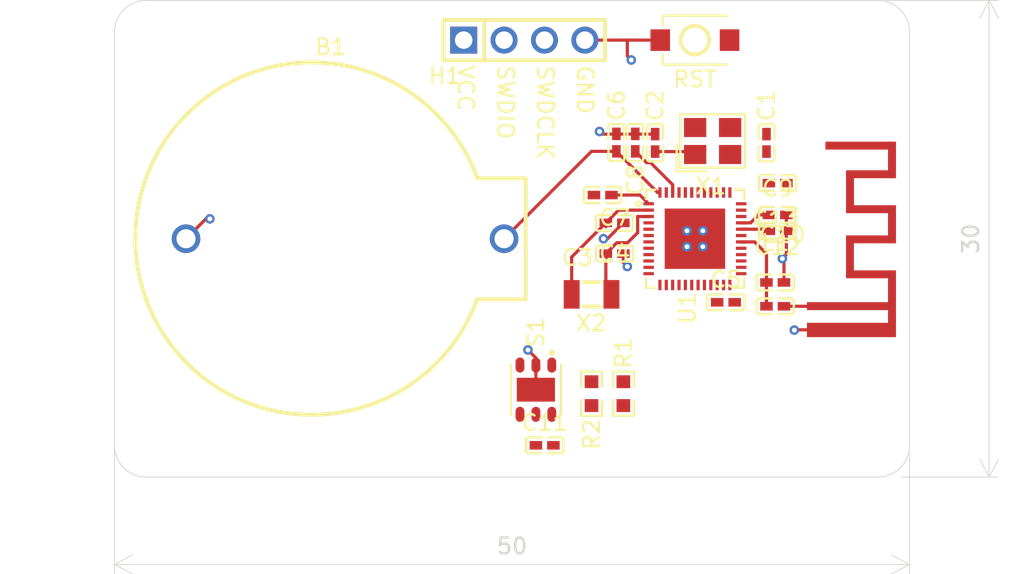
<source format=kicad_pcb>
(kicad_pcb (version 20241229) (generator "pcbnew") (generator_version "9.0")
  (layers (0 "F.Cu" signal) (2 "B.Cu" signal) (13 "F.Paste" user) (15 "B.Paste" user) (5 "F.SilkS" user "F.Silkscreen") (7 "B.SilkS" user "B.Silkscreen") (1 "F.Mask" user) (3 "B.Mask" user) (25 "Edge.Cuts" user))
  (net 0 "")
  (net 1 "GND")
  (net 2 "Net-(AE1-PCB_Trace)")
  (net 3 "VCC_3V3")
  (net 4 "Net-(U1-XC2)")
  (net 5 "Net-(U1-XC1)")
  (net 6 "Net-(U1-P0.01{slash}XL2)")
  (net 7 "Net-(U1-P0.00{slash}XL1)")
  (net 8 "Net-(U1-DEC1)")
  (net 9 "Net-(U1-DEC4)")
  (net 10 "Net-(U1-DEC3)")
  (net 11 "Net-(U1-DEC2)")
  (net 12 "SWDCLK")
  (net 13 "SWDIO")
  (net 14 "SCL")
  (net 15 "SDA")
  (net 18 "Net-(U1-P0.21{slash}RESET)")
  (net 44 "Net-(U1-ANT)")
  (footprint "easyeda2kicad:BAT-TH_BS-02-A1AJ010" (layer "F.Cu") (at 108 44.5)
    (property "Reference" "B1" (at -0.913927 -12.071104 0) (layer "F.SilkS"))
    (property "Value" "BS-02-A1AJ010")
    (fp_line (start 8.32 -3.8) (end 11.36 -3.8) (stroke (width 0.25)) (layer "F.SilkS"))
    (fp_line (start 11.36 -3.8) (end 11.36 3.81) (stroke (width 0.25)) (layer "F.SilkS"))
    (fp_line (start 11.36 3.81) (end 8.31 3.81) (stroke (width 0.25)) (layer "F.SilkS"))
    (fp_arc (start 8.32 3.78) (mid -13.187854 -0.010488) (end 8.320334 -3.799083) (stroke (width 0.25)) (layer "F.SilkS"))
    (pad "1" thru_hole circle (at -10 0) (size 1.8 1.8) (drill 1.199998) (layers "*.Cu" "*.Mask") (net 1 "GND"))
    (pad "2" thru_hole circle (at 10 0) (size 1.8 1.8) (drill 1.199998) (layers "*.Cu" "*.Mask") (net 3 "VCC_3V3"))
  )
  (footprint "easyeda2kicad:C0402" (layer "F.Cu") (at 126.25 38.45 -90)
    (property "Reference" "C8" (at 2.34619 0 90) (layer "F.SilkS"))
    (property "Value" "0u1F")
    (fp_line (start -0.23 0.5) (end -1.02 0.499999) (stroke (width 0.15)) (layer "F.SilkS"))
    (fp_line (start 0.23 0.5) (end 1.02 0.499999) (stroke (width 0.15)) (layer "F.SilkS"))
    (fp_line (start -1.17 0.349999) (end -1.17 -0.349999) (stroke (width 0.15)) (layer "F.SilkS"))
    (fp_line (start 1.17 0.349999) (end 1.17 -0.349999) (stroke (width 0.15)) (layer "F.SilkS"))
    (fp_line (start -1.02 -0.499999) (end -0.23 -0.5) (stroke (width 0.15)) (layer "F.SilkS"))
    (fp_line (start 1.02 -0.499999) (end 0.23 -0.5) (stroke (width 0.15)) (layer "F.SilkS"))
    (fp_arc (start -1.02 0.499999) (mid -1.126066 0.456065) (end -1.17 0.349999) (stroke (width 0.15)) (layer "F.SilkS"))
    (fp_arc (start 1.17 0.349999) (mid 1.126066 0.456065) (end 1.02 0.499999) (stroke (width 0.15)) (layer "F.SilkS"))
    (fp_arc (start -1.17 -0.349999) (mid -1.126066 -0.456065) (end -1.02 -0.499999) (stroke (width 0.15)) (layer "F.SilkS"))
    (fp_arc (start 1.02 -0.499999) (mid 1.126066 -0.456065) (end 1.17 -0.349999) (stroke (width 0.15)) (layer "F.SilkS"))
    (pad "1" smd rect (at -0.55 0 270) (size 0.79 0.54) (layers "F.Cu" "F.Mask" "F.Paste") (net 1 "GND"))
    (pad "2" smd rect (at 0.55 0 270) (size 0.79 0.54) (layers "F.Cu" "F.Mask" "F.Paste") (net 9 "Net-(U1-DEC4)"))
  )
  (footprint "wch-antenna:ANT-F-1-2.4G-1.6MM-FR4-WCH" (layer "F.Cu") (at 140 44.6225 -90)
    (property "Reference" "ANT" (hide yes))
    (property "Value" "Antenna_Chip" (hide yes))
    (fp_poly (pts (xy 2.277497 0.002494) (xy -0.262503 0.002494) (xy -0.262503 0.497294) (xy 2.277498 0.497294)) (fill yes) (layer "F.Cu"))
    (fp_poly (pts (xy -1.747109 -0.003021) (xy -4.236309 -0.003021) (xy -4.236309 0.496975) (xy -1.747109 0.496975)) (fill yes) (layer "F.Cu"))
    (fp_poly (pts (xy 0.167504 -2.322703) (xy -0.3325 -2.322703) (xy -0.3325 0.497297) (xy 0.167504 0.497297)) (fill yes) (layer "F.Cu"))
    (fp_poly (pts (xy -5.732507 -2.322706) (xy -6.232504 -2.322706) (xy -6.232504 1.797294) (xy -5.732507 1.797294)) (fill yes) (layer "F.Cu"))
    (fp_poly (pts (xy 2.367891 -2.323021) (xy 1.86789 -2.323021) (xy 1.867891 0.496975) (xy 2.367891 0.496975)) (fill yes) (layer "F.Cu"))
    (fp_poly (pts (xy -3.932815 -2.323093) (xy -4.432815 -2.323093) (xy -4.432815 0.496907) (xy -3.932815 0.496907)) (fill yes) (layer "F.Cu"))
    (fp_poly (pts (xy -1.732815 -2.323093) (xy -2.232815 -2.323093) (xy -2.232815 0.496907) (xy -1.732815 0.496907)) (fill yes) (layer "F.Cu"))
    (fp_poly (pts (xy 6.067184 -2.348494) (xy 5.167184 -2.348494) (xy 5.167184 2.957495) (xy 6.067184 2.957495)) (fill yes) (layer "F.Cu"))
    (fp_poly (pts (xy 4.367889 -2.373823) (xy 3.86789 -2.373822) (xy 3.86789 2.957495) (xy 4.367889 2.957495)) (fill yes) (layer "F.Cu"))
    (fp_poly (pts (xy 0.167507 -2.642703) (xy -2.232493 -2.642703) (xy -2.232493 -2.142703) (xy 0.167507 -2.142703)) (fill yes) (layer "F.Cu"))
    (fp_poly (pts (xy -3.932497 -2.642706) (xy -6.232494 -2.642706) (xy -6.232494 -2.142706) (xy -3.932497 -2.142706)) (fill yes) (layer "F.Cu"))
    (fp_poly (pts (xy 6.067502 -2.642706) (xy 1.867503 -2.642706) (xy 1.867503 -2.142706) (xy 6.067502 -2.142706)) (fill yes) (layer "F.Cu"))
    (pad "1" smd rect (at 5.6103 2.8575) (size 0.2 0.2) (layers "F.Cu") (net 1 "GND"))
    (pad "2" smd rect (at 4.1275 2.8575) (size 0.2 0.2) (layers "F.Cu") (net 2 "Net-(AE1-PCB_Trace)"))
  )
  (footprint "easyeda2kicad:CRYSTAL-SMD_4P-L3.2-W2.5-BL" (layer "F.Cu") (at 131.115 38.35)
    (property "Reference" "X1" (at -0.115 2.83325 0) (layer "F.SilkS"))
    (property "Value" "32MHz")
    (fp_line (start -2.26 0.25) (end -2.26 1.91) (stroke (width 0.15)) (layer "F.SilkS"))
    (fp_line (start -2.26 1.91) (end -0.4 1.91) (stroke (width 0.15)) (layer "F.SilkS"))
    (fp_line (start -2.03 -1.68) (end 2.03 -1.68) (stroke (width 0.15)) (layer "F.SilkS"))
    (fp_line (start -2.03 1.68) (end -2.03 -1.68) (stroke (width 0.15)) (layer "F.SilkS"))
    (fp_line (start 2.03 -1.68) (end 2.03 1.68) (stroke (width 0.15)) (layer "F.SilkS"))
    (fp_line (start 2.03 1.68) (end -2.03 1.68) (stroke (width 0.15)) (layer "F.SilkS"))
    (pad "1" smd rect (at -1.1 0.85) (size 1.4 1.2) (layers "F.Cu" "F.Mask" "F.Paste") (net 5 "Net-(U1-XC1)"))
    (pad "2" smd rect (at 1.1 0.85) (size 1.4 1.2) (layers "F.Cu" "F.Mask" "F.Paste") (net 1 "GND"))
    (pad "3" smd rect (at 1.1 -0.85) (size 1.4 1.2) (layers "F.Cu" "F.Mask" "F.Paste") (net 4 "Net-(U1-XC2)"))
    (pad "4" smd rect (at -1.1 -0.85) (size 1.4 1.2) (layers "F.Cu" "F.Mask" "F.Paste") (net 1 "GND"))
  )
  (footprint "easyeda2kicad:C0402" (layer "F.Cu") (at 127.5 38.465 90)
    (property "Reference" "C2" (at 2.346191 0 90) (layer "F.SilkS"))
    (property "Value" "12uF")
    (fp_line (start 1.02 -0.499999) (end 0.23 -0.5) (stroke (width 0.15)) (layer "F.SilkS"))
    (fp_line (start -1.02 -0.499999) (end -0.23 -0.5) (stroke (width 0.15)) (layer "F.SilkS"))
    (fp_line (start 1.17 0.349999) (end 1.17 -0.349999) (stroke (width 0.15)) (layer "F.SilkS"))
    (fp_line (start -1.17 0.349999) (end -1.17 -0.349999) (stroke (width 0.15)) (layer "F.SilkS"))
    (fp_line (start 0.23 0.5) (end 1.02 0.499999) (stroke (width 0.15)) (layer "F.SilkS"))
    (fp_line (start -0.23 0.5) (end -1.02 0.499999) (stroke (width 0.15)) (layer "F.SilkS"))
    (fp_arc (start 1.02 -0.499999) (mid 1.126066 -0.456065) (end 1.17 -0.349999) (stroke (width 0.15)) (layer "F.SilkS"))
    (fp_arc (start -1.17 -0.349999) (mid -1.126066 -0.456065) (end -1.02 -0.499999) (stroke (width 0.15)) (layer "F.SilkS"))
    (fp_arc (start 1.17 0.349999) (mid 1.126066 0.456065) (end 1.02 0.499999) (stroke (width 0.15)) (layer "F.SilkS"))
    (fp_arc (start -1.02 0.499999) (mid -1.126066 0.456065) (end -1.17 0.349999) (stroke (width 0.15)) (layer "F.SilkS"))
    (pad "1" smd rect (at -0.55 0 90) (size 0.79 0.54) (layers "F.Cu" "F.Mask" "F.Paste") (net 5 "Net-(U1-XC1)"))
    (pad "2" smd rect (at 0.55 0 90) (size 0.79 0.54) (layers "F.Cu" "F.Mask" "F.Paste") (net 1 "GND"))
  )
  (footprint "easyeda2kicad:C0402" (layer "F.Cu") (at 125.062501 38.45 -90)
    (property "Reference" "C6" (at -2.346192 0 90) (layer "F.SilkS"))
    (property "Value" "0u1F")
    (fp_line (start -0.23 0.5) (end -1.02 0.499999) (stroke (width 0.15)) (layer "F.SilkS"))
    (fp_line (start 0.23 0.5) (end 1.02 0.499999) (stroke (width 0.15)) (layer "F.SilkS"))
    (fp_line (start -1.17 0.349999) (end -1.17 -0.349999) (stroke (width 0.15)) (layer "F.SilkS"))
    (fp_line (start 1.17 0.349999) (end 1.17 -0.349999) (stroke (width 0.15)) (layer "F.SilkS"))
    (fp_line (start -1.02 -0.499999) (end -0.23 -0.5) (stroke (width 0.15)) (layer "F.SilkS"))
    (fp_line (start 1.02 -0.499999) (end 0.23 -0.5) (stroke (width 0.15)) (layer "F.SilkS"))
    (fp_arc (start -1.02 0.499999) (mid -1.126066 0.456065) (end -1.17 0.349999) (stroke (width 0.15)) (layer "F.SilkS"))
    (fp_arc (start 1.17 0.349999) (mid 1.126066 0.456065) (end 1.02 0.499999) (stroke (width 0.15)) (layer "F.SilkS"))
    (fp_arc (start -1.17 -0.349999) (mid -1.126066 -0.456065) (end -1.02 -0.499999) (stroke (width 0.15)) (layer "F.SilkS"))
    (fp_arc (start 1.02 -0.499999) (mid 1.126066 -0.456065) (end 1.17 -0.349999) (stroke (width 0.15)) (layer "F.SilkS"))
    (pad "1" smd rect (at -0.55 0 270) (size 0.79 0.54) (layers "F.Cu" "F.Mask" "F.Paste") (net 1 "GND"))
    (pad "2" smd rect (at 0.55 0 270) (size 0.79 0.54) (layers "F.Cu" "F.Mask" "F.Paste") (net 3 "VCC_3V3"))
  )
  (footprint "easyeda2kicad:C0402" (layer "F.Cu") (at 135.2 41 180)
    (property "Reference" "C12" (at 0 -4 0) (layer "F.SilkS"))
    (property "Value" "0u1F")
    (fp_line (start 1.17 0.349999) (end 1.17 -0.349999) (stroke (width 0.15)) (layer "F.SilkS"))
    (fp_line (start 1.02 -0.499999) (end 0.23 -0.5) (stroke (width 0.15)) (layer "F.SilkS"))
    (fp_line (start 0.23 0.5) (end 1.02 0.499999) (stroke (width 0.15)) (layer "F.SilkS"))
    (fp_line (start -0.23 0.5) (end -1.02 0.499999) (stroke (width 0.15)) (layer "F.SilkS"))
    (fp_line (start -1.02 -0.499999) (end -0.23 -0.5) (stroke (width 0.15)) (layer "F.SilkS"))
    (fp_line (start -1.17 0.349999) (end -1.17 -0.349999) (stroke (width 0.15)) (layer "F.SilkS"))
    (fp_arc (start 1.17 0.349999) (mid 1.126066 0.456065) (end 1.02 0.499999) (stroke (width 0.15)) (layer "F.SilkS"))
    (fp_arc (start 1.02 -0.499999) (mid 1.126066 -0.456065) (end 1.17 -0.349999) (stroke (width 0.15)) (layer "F.SilkS"))
    (fp_arc (start -1.02 0.499999) (mid -1.126066 0.456065) (end -1.17 0.349999) (stroke (width 0.15)) (layer "F.SilkS"))
    (fp_arc (start -1.17 -0.349999) (mid -1.126066 -0.456065) (end -1.02 -0.499999) (stroke (width 0.15)) (layer "F.SilkS"))
    (pad "1" smd rect (at -0.55 0 180) (size 0.79 0.54) (layers "F.Cu" "F.Mask" "F.Paste") (net 1 "GND"))
    (pad "2" smd rect (at 0.55 0 180) (size 0.79 0.54) (layers "F.Cu" "F.Mask" "F.Paste") (net 3 "VCC_3V3"))
  )
  (footprint "MountingHole:MountingHole_2.7mm_M2.5" (layer "F.Cu") (at 140.5 32.5)
    (property "Reference" "REF**" (hide yes))
    (property "Value" "MountingHole_2.7mm_M2.5")
    (pad "" np_thru_hole circle (at 0 0) (size 2.7 2.7) (drill 2.7) (layers "*.Cu" "*.Mask"))
  )
  (footprint "easyeda2kicad:FC-135R_L3.2-W1.5" (layer "F.Cu") (at 123.500001 48)
    (property "Reference" "X2" (at -0.030001 1.80825 0) (layer "F.SilkS"))
    (property "Value" "32.768KHz")
    (fp_line (start -0.51 -0.76) (end 0.51 -0.76) (stroke (width 0.25)) (layer "F.SilkS"))
    (fp_line (start 0.51 0.76) (end -0.51 0.76) (stroke (width 0.25)) (layer "F.SilkS"))
    (pad "1" smd rect (at -1.249999 0 90) (size 1.8 1) (layers "F.Cu" "F.Mask" "F.Paste") (net 7 "Net-(U1-P0.00{slash}XL1)"))
    (pad "2" smd rect (at 1.249999 0 90) (size 1.8 1) (layers "F.Cu" "F.Mask" "F.Paste") (net 6 "Net-(U1-P0.01{slash}XL2)"))
  )
  (footprint "easyeda2kicad:SW-SMD_L3.9-W3.0-P4.45" (layer "F.Cu") (at 130 32)
    (property "Reference" "RST" (at 0 2.46325 0) (layer "F.SilkS"))
    (property "Value" "TS-1088-AR02016")
    (fp_line (start -2.03 -1.54) (end -2.03 -0.88) (stroke (width 0.15)) (layer "F.SilkS"))
    (fp_line (start -2.03 1.54) (end -2.03 0.88) (stroke (width 0.15)) (layer "F.SilkS"))
    (fp_line (start 2.03 -1.54) (end -2.03 -1.54) (stroke (width 0.15)) (layer "F.SilkS"))
    (fp_line (start 2.03 1.54) (end -2.03 1.54) (stroke (width 0.15)) (layer "F.SilkS"))
    (fp_circle (center 0 0) (end 0.9 0) (stroke (width 0.25)) (fill no) (layer "F.SilkS"))
    (pad "1" smd rect (at -2.18 0) (size 1.23 1.36) (layers "F.Cu" "F.Mask" "F.Paste") (net 1 "GND"))
    (pad "2" smd rect (at 2.18 0) (size 1.23 1.36) (layers "F.Cu" "F.Mask" "F.Paste") (net 18 "Net-(U1-P0.21{slash}RESET)"))
  )
  (footprint "easyeda2kicad:HDR-TH_4P-P2.54-V-M" (layer "F.Cu") (at 119.27 32)
    (property "Reference" "H1" (at -5 2.24325 0) (layer "F.SilkS"))
    (property "Value" "PZ254V-11-04P_C2691448")
    (fp_line (start -5.08 -1.27) (end -2.52 -1.27) (stroke (width 0.25)) (layer "F.SilkS"))
    (fp_line (start -5.08 1.27) (end -5.08 -1.27) (stroke (width 0.25)) (layer "F.SilkS"))
    (fp_line (start -2.52 -1.27) (end -2.52 1.27) (stroke (width 0.25)) (layer "F.SilkS"))
    (fp_line (start -2.52 -1.27) (end 5.08 -1.27) (stroke (width 0.25)) (layer "F.SilkS"))
    (fp_line (start 5.08 -1.27) (end 5.08 1.27) (stroke (width 0.25)) (layer "F.SilkS"))
    (fp_line (start 5.08 1.27) (end -5.08 1.27) (stroke (width 0.25)) (layer "F.SilkS"))
    (pad "1" thru_hole rect (at -3.81 0) (size 1.7 1.7) (drill 1.100023) (layers "*.Cu" "*.Mask") (net 3 "VCC_3V3"))
    (pad "2" thru_hole circle (at -1.27 0) (size 1.7 1.7) (drill 1.100023) (layers "*.Cu" "*.Mask") (net 13 "SWDIO"))
    (pad "3" thru_hole circle (at 1.27 0) (size 1.7 1.7) (drill 1.100023) (layers "*.Cu" "*.Mask") (net 12 "SWDCLK"))
    (pad "4" thru_hole circle (at 3.81 0) (size 1.7 1.7) (drill 1.100023) (layers "*.Cu" "*.Mask") (net 1 "GND"))
  )
  (footprint "easyeda2kicad:C0402" (layer "F.Cu") (at 135.2 43 180)
    (property "Reference" "C9" (at 0 1.67325 0) (layer "F.SilkS"))
    (property "Value" "0u1F")
    (fp_line (start 1.17 0.349999) (end 1.17 -0.349999) (stroke (width 0.15)) (layer "F.SilkS"))
    (fp_line (start 1.02 -0.499999) (end 0.23 -0.5) (stroke (width 0.15)) (layer "F.SilkS"))
    (fp_line (start 0.23 0.5) (end 1.02 0.499999) (stroke (width 0.15)) (layer "F.SilkS"))
    (fp_line (start -0.23 0.5) (end -1.02 0.499999) (stroke (width 0.15)) (layer "F.SilkS"))
    (fp_line (start -1.02 -0.499999) (end -0.23 -0.5) (stroke (width 0.15)) (layer "F.SilkS"))
    (fp_line (start -1.17 0.349999) (end -1.17 -0.349999) (stroke (width 0.15)) (layer "F.SilkS"))
    (fp_arc (start 1.17 0.349999) (mid 1.126066 0.456065) (end 1.02 0.499999) (stroke (width 0.15)) (layer "F.SilkS"))
    (fp_arc (start 1.02 -0.499999) (mid 1.126066 -0.456065) (end 1.17 -0.349999) (stroke (width 0.15)) (layer "F.SilkS"))
    (fp_arc (start -1.02 0.499999) (mid -1.126066 0.456065) (end -1.17 0.349999) (stroke (width 0.15)) (layer "F.SilkS"))
    (fp_arc (start -1.17 -0.349999) (mid -1.126066 -0.456065) (end -1.02 -0.499999) (stroke (width 0.15)) (layer "F.SilkS"))
    (pad "1" smd rect (at -0.55 0 180) (size 0.79 0.54) (layers "F.Cu" "F.Mask" "F.Paste") (net 1 "GND"))
    (pad "2" smd rect (at 0.55 0 180) (size 0.79 0.54) (layers "F.Cu" "F.Mask" "F.Paste") (net 10 "Net-(U1-DEC3)"))
  )
  (footprint "easyeda2kicad:C0402" (layer "F.Cu") (at 135.05 47.25)
    (property "Reference" "C13" (at 0 -4 0) (layer "F.SilkS"))
    (property "Value" "GJM1555C1HR80BB01D")
    (fp_line (start -1.17 0.35) (end -1.17 -0.35) (stroke (width 0.15)) (layer "F.SilkS"))
    (fp_line (start -1.02 -0.5) (end -0.23 -0.5) (stroke (width 0.15)) (layer "F.SilkS"))
    (fp_line (start -0.23 0.5) (end -1.02 0.5) (stroke (width 0.15)) (layer "F.SilkS"))
    (fp_line (start 0.23 0.5) (end 1.02 0.5) (stroke (width 0.15)) (layer "F.SilkS"))
    (fp_line (start 1.02 -0.5) (end 0.23 -0.5) (stroke (width 0.15)) (layer "F.SilkS"))
    (fp_line (start 1.17 0.35) (end 1.17 -0.35) (stroke (width 0.15)) (layer "F.SilkS"))
    (fp_arc (start -1.17 -0.35) (mid -1.126066 -0.456066) (end -1.02 -0.5) (stroke (width 0.15)) (layer "F.SilkS"))
    (fp_arc (start -1.02 0.5) (mid -1.126066 0.456066) (end -1.17 0.35) (stroke (width 0.15)) (layer "F.SilkS"))
    (fp_arc (start 1.02 -0.5) (mid 1.126066 -0.456066) (end 1.17 -0.35) (stroke (width 0.15)) (layer "F.SilkS"))
    (fp_arc (start 1.17 0.35) (mid 1.126066 0.456066) (end 1.02 0.5) (stroke (width 0.15)) (layer "F.SilkS"))
    (pad "1" smd rect (at -0.55 0) (size 0.79 0.54) (layers "F.Cu" "F.Mask" "F.Paste") (net 44 "Net-(U1-ANT)"))
    (pad "2" smd rect (at 0.55 0) (size 0.79 0.54) (layers "F.Cu" "F.Mask" "F.Paste") (net 1 "GND"))
  )
  (footprint "MountingHole:MountingHole_2.7mm_M2.5" (layer "F.Cu") (at 140.5 56.5)
    (property "Reference" "REF**" (hide yes))
    (property "Value" "MountingHole_2.7mm_M2.5")
    (pad "" np_thru_hole circle (at 0 0) (size 2.7 2.7) (drill 2.7) (layers "*.Cu" "*.Mask"))
  )
  (footprint "easyeda2kicad:R0603" (layer "F.Cu") (at 123.5 54.25 -90)
    (property "Reference" "R2" (at 2.56619 0 90) (layer "F.SilkS"))
    (property "Value" "10k")
    (fp_line (start -1.39 0.66) (end -1.39 -0.66) (stroke (width 0.15)) (layer "F.SilkS"))
    (fp_line (start -0.429999 0.66) (end -1.39 0.66) (stroke (width 0.15)) (layer "F.SilkS"))
    (fp_line (start 0.429999 0.66) (end 1.39 0.66) (stroke (width 0.15)) (layer "F.SilkS"))
    (fp_line (start 1.39 0.66) (end 1.39 -0.66) (stroke (width 0.15)) (layer "F.SilkS"))
    (fp_line (start -1.39 -0.66) (end -0.429999 -0.66) (stroke (width 0.15)) (layer "F.SilkS"))
    (fp_line (start 1.39 -0.66) (end 0.429999 -0.66) (stroke (width 0.15)) (layer "F.SilkS"))
    (pad "1" smd rect (at -0.75 0 270) (size 0.81 0.86) (layers "F.Cu" "F.Mask" "F.Paste") (net 15 "SDA"))
    (pad "2" smd rect (at 0.75 0 270) (size 0.81 0.86) (layers "F.Cu" "F.Mask" "F.Paste") (net 3 "VCC_3V3"))
  )
  (footprint "easyeda2kicad:C0402" (layer "F.Cu") (at 120.55 57.5)
    (property "Reference" "C11" (at 0 -1.42325 0) (layer "F.SilkS"))
    (property "Value" "0u1F")
    (fp_line (start -1.17 0.349999) (end -1.17 -0.349999) (stroke (width 0.15)) (layer "F.SilkS"))
    (fp_line (start -1.02 -0.499999) (end -0.23 -0.5) (stroke (width 0.15)) (layer "F.SilkS"))
    (fp_line (start -0.23 0.5) (end -1.02 0.499999) (stroke (width 0.15)) (layer "F.SilkS"))
    (fp_line (start 0.23 0.5) (end 1.02 0.499999) (stroke (width 0.15)) (layer "F.SilkS"))
    (fp_line (start 1.02 -0.499999) (end 0.23 -0.5) (stroke (width 0.15)) (layer "F.SilkS"))
    (fp_line (start 1.17 0.349999) (end 1.17 -0.349999) (stroke (width 0.15)) (layer "F.SilkS"))
    (fp_arc (start -1.17 -0.349999) (mid -1.126066 -0.456065) (end -1.02 -0.499999) (stroke (width 0.15)) (layer "F.SilkS"))
    (fp_arc (start -1.02 0.499999) (mid -1.126066 0.456065) (end -1.17 0.349999) (stroke (width 0.15)) (layer "F.SilkS"))
    (fp_arc (start 1.02 -0.499999) (mid 1.126066 -0.456065) (end 1.17 -0.349999) (stroke (width 0.15)) (layer "F.SilkS"))
    (fp_arc (start 1.17 0.349999) (mid 1.126066 0.456065) (end 1.02 0.499999) (stroke (width 0.15)) (layer "F.SilkS"))
    (pad "1" smd rect (at -0.55 0) (size 0.79 0.54) (layers "F.Cu" "F.Mask" "F.Paste") (net 1 "GND"))
    (pad "2" smd rect (at 0.55 0) (size 0.79 0.54) (layers "F.Cu" "F.Mask" "F.Paste") (net 3 "VCC_3V3"))
  )
  (footprint "easyeda2kicad:C0402" (layer "F.Cu") (at 134.5 38.465 -90)
    (property "Reference" "C1" (at -2.346191 0 90) (layer "F.SilkS"))
    (property "Value" "12uF")
    (fp_line (start -0.23 0.5) (end -1.02 0.499999) (stroke (width 0.15)) (layer "F.SilkS"))
    (fp_line (start 0.23 0.5) (end 1.02 0.499999) (stroke (width 0.15)) (layer "F.SilkS"))
    (fp_line (start -1.17 0.349999) (end -1.17 -0.349999) (stroke (width 0.15)) (layer "F.SilkS"))
    (fp_line (start 1.17 0.349999) (end 1.17 -0.349999) (stroke (width 0.15)) (layer "F.SilkS"))
    (fp_line (start -1.02 -0.499999) (end -0.23 -0.5) (stroke (width 0.15)) (layer "F.SilkS"))
    (fp_line (start 1.02 -0.499999) (end 0.23 -0.5) (stroke (width 0.15)) (layer "F.SilkS"))
    (fp_arc (start -1.02 0.499999) (mid -1.126066 0.456065) (end -1.17 0.349999) (stroke (width 0.15)) (layer "F.SilkS"))
    (fp_arc (start 1.17 0.349999) (mid 1.126066 0.456065) (end 1.02 0.499999) (stroke (width 0.15)) (layer "F.SilkS"))
    (fp_arc (start -1.17 -0.349999) (mid -1.126066 -0.456065) (end -1.02 -0.499999) (stroke (width 0.15)) (layer "F.SilkS"))
    (fp_arc (start 1.02 -0.499999) (mid 1.126066 -0.456065) (end 1.17 -0.349999) (stroke (width 0.15)) (layer "F.SilkS"))
    (pad "1" smd rect (at -0.55 0 270) (size 0.79 0.54) (layers "F.Cu" "F.Mask" "F.Paste") (net 4 "Net-(U1-XC2)"))
    (pad "2" smd rect (at 0.55 0 270) (size 0.79 0.54) (layers "F.Cu" "F.Mask" "F.Paste") (net 1 "GND"))
  )
  (footprint "easyeda2kicad:R0603" (layer "F.Cu") (at 125.5 54.25 90)
    (property "Reference" "R1" (at 2.566191 0 90) (layer "F.SilkS"))
    (property "Value" "10k")
    (fp_line (start 1.39 -0.66) (end 0.429999 -0.66) (stroke (width 0.15)) (layer "F.SilkS"))
    (fp_line (start -1.39 -0.66) (end -0.429999 -0.66) (stroke (width 0.15)) (layer "F.SilkS"))
    (fp_line (start 1.39 0.66) (end 1.39 -0.66) (stroke (width 0.15)) (layer "F.SilkS"))
    (fp_line (start 0.429999 0.66) (end 1.39 0.66) (stroke (width 0.15)) (layer "F.SilkS"))
    (fp_line (start -0.429999 0.66) (end -1.39 0.66) (stroke (width 0.15)) (layer "F.SilkS"))
    (fp_line (start -1.39 0.66) (end -1.39 -0.66) (stroke (width 0.15)) (layer "F.SilkS"))
    (pad "1" smd rect (at -0.75 0 90) (size 0.81 0.86) (layers "F.Cu" "F.Mask" "F.Paste") (net 14 "SCL"))
    (pad "2" smd rect (at 0.75 0 90) (size 0.81 0.86) (layers "F.Cu" "F.Mask" "F.Paste") (net 3 "VCC_3V3"))
  )
  (footprint "MountingHole:MountingHole_2.7mm_M2.5" (layer "F.Cu") (at 96.5 32.5)
    (property "Reference" "REF**" (hide yes))
    (property "Value" "MountingHole_2.7mm_M2.5")
    (pad "" np_thru_hole circle (at 0 0) (size 2.7 2.7) (drill 2.7) (layers "*.Cu" "*.Mask"))
  )
  (footprint "easyeda2kicad:L0402" (layer "F.Cu") (at 135.05 48.75)
    (property "Reference" "L1" (at 0 -4 0) (layer "F.SilkS"))
    (property "Value" "SDCL1005C3N9STDF")
    (fp_line (start -1.17 -0.35) (end -1.02 -0.5) (stroke (width 0.15)) (layer "F.SilkS"))
    (fp_line (start -1.17 0.35) (end -1.17 -0.35) (stroke (width 0.15)) (layer "F.SilkS"))
    (fp_line (start -1.02 -0.5) (end -0.23 -0.5) (stroke (width 0.15)) (layer "F.SilkS"))
    (fp_line (start -1.02 0.5) (end -1.17 0.35) (stroke (width 0.15)) (layer "F.SilkS"))
    (fp_line (start -0.23 0.5) (end -1.02 0.5) (stroke (width 0.15)) (layer "F.SilkS"))
    (fp_line (start 0.23 0.5) (end 1.02 0.5) (stroke (width 0.15)) (layer "F.SilkS"))
    (fp_line (start 1.02 -0.5) (end 0.23 -0.5) (stroke (width 0.15)) (layer "F.SilkS"))
    (fp_line (start 1.02 0.5) (end 1.17 0.35) (stroke (width 0.15)) (layer "F.SilkS"))
    (fp_line (start 1.17 -0.35) (end 1.02 -0.5) (stroke (width 0.15)) (layer "F.SilkS"))
    (fp_line (start 1.17 0.35) (end 1.17 -0.35) (stroke (width 0.15)) (layer "F.SilkS"))
    (pad "1" smd rect (at -0.55 0) (size 0.79 0.54) (layers "F.Cu" "F.Mask" "F.Paste") (net 44 "Net-(U1-ANT)"))
    (pad "2" smd rect (at 0.55 0) (size 0.79 0.54) (layers "F.Cu" "F.Mask" "F.Paste") (net 2 "Net-(AE1-PCB_Trace)"))
  )
  (footprint "easyeda2kicad:C0402" (layer "F.Cu") (at 131.95 48.5)
    (property "Reference" "C5" (at 0 -1.42325 0) (layer "F.SilkS"))
    (property "Value" "0u1F")
    (fp_line (start -1.17 0.35) (end -1.17 -0.35) (stroke (width 0.15)) (layer "F.SilkS"))
    (fp_line (start -1.02 -0.5) (end -0.23 -0.5) (stroke (width 0.15)) (layer "F.SilkS"))
    (fp_line (start -0.23 0.5) (end -1.02 0.5) (stroke (width 0.15)) (layer "F.SilkS"))
    (fp_line (start 0.23 0.5) (end 1.02 0.5) (stroke (width 0.15)) (layer "F.SilkS"))
    (fp_line (start 1.02 -0.5) (end 0.23 -0.5) (stroke (width 0.15)) (layer "F.SilkS"))
    (fp_line (start 1.17 0.35) (end 1.17 -0.35) (stroke (width 0.15)) (layer "F.SilkS"))
    (fp_arc (start -1.17 -0.35) (mid -1.126066 -0.456066) (end -1.02 -0.5) (stroke (width 0.15)) (layer "F.SilkS"))
    (fp_arc (start -1.02 0.5) (mid -1.126066 0.456066) (end -1.17 0.35) (stroke (width 0.15)) (layer "F.SilkS"))
    (fp_arc (start 1.02 -0.5) (mid 1.126066 -0.456066) (end 1.17 -0.35) (stroke (width 0.15)) (layer "F.SilkS"))
    (fp_arc (start 1.17 0.35) (mid 1.126066 0.456066) (end 1.02 0.5) (stroke (width 0.15)) (layer "F.SilkS"))
    (pad "1" smd rect (at -0.55 0) (size 0.79 0.54) (layers "F.Cu" "F.Mask" "F.Paste") (net 1 "GND"))
    (pad "2" smd rect (at 0.55 0) (size 0.79 0.54) (layers "F.Cu" "F.Mask" "F.Paste") (net 3 "VCC_3V3"))
  )
  (footprint "easyeda2kicad:C0402" (layer "F.Cu") (at 124.95 45.4375)
    (property "Reference" "C3" (at -2.346191 0.25 0) (layer "F.SilkS"))
    (property "Value" "15pF")
    (fp_line (start -1.17 0.35) (end -1.17 -0.35) (stroke (width 0.15)) (layer "F.SilkS"))
    (fp_line (start -1.02 -0.5) (end -0.23 -0.5) (stroke (width 0.15)) (layer "F.SilkS"))
    (fp_line (start -0.23 0.5) (end -1.02 0.5) (stroke (width 0.15)) (layer "F.SilkS"))
    (fp_line (start 0.23 0.5) (end 1.02 0.5) (stroke (width 0.15)) (layer "F.SilkS"))
    (fp_line (start 1.02 -0.5) (end 0.23 -0.5) (stroke (width 0.15)) (layer "F.SilkS"))
    (fp_line (start 1.17 0.35) (end 1.17 -0.35) (stroke (width 0.15)) (layer "F.SilkS"))
    (fp_arc (start -1.17 -0.35) (mid -1.126066 -0.456066) (end -1.02 -0.5) (stroke (width 0.15)) (layer "F.SilkS"))
    (fp_arc (start -1.02 0.5) (mid -1.126066 0.456066) (end -1.17 0.35) (stroke (width 0.15)) (layer "F.SilkS"))
    (fp_arc (start 1.02 -0.5) (mid 1.126066 -0.456066) (end 1.17 -0.35) (stroke (width 0.15)) (layer "F.SilkS"))
    (fp_arc (start 1.17 0.35) (mid 1.126066 0.456066) (end 1.02 0.5) (stroke (width 0.15)) (layer "F.SilkS"))
    (pad "1" smd rect (at -0.55 0) (size 0.79 0.54) (layers "F.Cu" "F.Mask" "F.Paste") (net 6 "Net-(U1-P0.01{slash}XL2)"))
    (pad "2" smd rect (at 0.55 0) (size 0.79 0.54) (layers "F.Cu" "F.Mask" "F.Paste") (net 1 "GND"))
  )
  (footprint "easyeda2kicad:SENSOR-SMD_HDC1080DMBR" (layer "F.Cu") (at 120 54 -90)
    (property "Reference" "S1" (at -3.597381 0 90) (layer "F.SilkS"))
    (property "Value" "HDC1080DMBR")
    (fp_line (start -1.58 1.58) (end 1.58 1.58) (stroke (width 0.15)) (layer "F.SilkS"))
    (fp_line (start -1.58 -1.58) (end 1.58 -1.58) (stroke (width 0.15)) (layer "F.SilkS"))
    (fp_circle (center -2.32 -1) (end -2.22 -1) (stroke (width 0.2)) (fill no) (layer "F.SilkS"))
    (pad "1" smd oval (at -1.55 -1 270) (size 0.95 0.56) (layers "F.Cu" "F.Mask" "F.Paste") (net 15 "SDA"))
    (pad "2" smd oval (at -1.550001 0 270) (size 0.95 0.56) (layers "F.Cu" "F.Mask" "F.Paste") (net 1 "GND"))
    (pad "3" smd oval (at -1.55 1 270) (size 0.95 0.56) (layers "F.Cu" "F.Mask" "F.Paste"))
    (pad "4" smd oval (at 1.55 1 270) (size 0.95 0.56) (layers "F.Cu" "F.Mask" "F.Paste"))
    (pad "5" smd oval (at 1.550001 0 270) (size 0.95 0.56) (layers "F.Cu" "F.Mask" "F.Paste") (net 3 "VCC_3V3"))
    (pad "6" smd oval (at 1.55 -1 270) (size 0.95 0.56) (layers "F.Cu" "F.Mask" "F.Paste") (net 14 "SCL"))
    (pad "7" smd rect (at 0 0 270) (size 1.5 2.4) (layers "F.Cu" "F.Mask" "F.Paste") (net 1 "GND"))
  )
  (footprint "easyeda2kicad:C0402" (layer "F.Cu") (at 124.95 43.5)
    (property "Reference" "C4" (at 0 1.92325 0) (layer "F.SilkS"))
    (property "Value" "15pF")
    (fp_line (start -1.17 0.35) (end -1.17 -0.35) (stroke (width 0.15)) (layer "F.SilkS"))
    (fp_line (start -1.02 -0.5) (end -0.23 -0.5) (stroke (width 0.15)) (layer "F.SilkS"))
    (fp_line (start -0.23 0.5) (end -1.02 0.5) (stroke (width 0.15)) (layer "F.SilkS"))
    (fp_line (start 0.23 0.5) (end 1.02 0.5) (stroke (width 0.15)) (layer "F.SilkS"))
    (fp_line (start 1.02 -0.5) (end 0.23 -0.5) (stroke (width 0.15)) (layer "F.SilkS"))
    (fp_line (start 1.17 0.35) (end 1.17 -0.35) (stroke (width 0.15)) (layer "F.SilkS"))
    (fp_arc (start -1.17 -0.35) (mid -1.126066 -0.456066) (end -1.02 -0.5) (stroke (width 0.15)) (layer "F.SilkS"))
    (fp_arc (start -1.02 0.5) (mid -1.126066 0.456066) (end -1.17 0.35) (stroke (width 0.15)) (layer "F.SilkS"))
    (fp_arc (start 1.02 -0.5) (mid 1.126066 -0.456066) (end 1.17 -0.35) (stroke (width 0.15)) (layer "F.SilkS"))
    (fp_arc (start 1.17 0.35) (mid 1.126066 0.456066) (end 1.02 0.5) (stroke (width 0.15)) (layer "F.SilkS"))
    (pad "1" smd rect (at -0.55 0) (size 0.79 0.54) (layers "F.Cu" "F.Mask" "F.Paste") (net 7 "Net-(U1-P0.00{slash}XL1)"))
    (pad "2" smd rect (at 0.55 0) (size 0.79 0.54) (layers "F.Cu" "F.Mask" "F.Paste") (net 1 "GND"))
  )
  (footprint "easyeda2kicad:C0402" (layer "F.Cu") (at 124.2 41.75)
    (property "Reference" "C7" (at 0.75 1.42325 0) (layer "F.SilkS"))
    (property "Value" "0u1F")
    (fp_line (start -1.17 0.35) (end -1.17 -0.35) (stroke (width 0.15)) (layer "F.SilkS"))
    (fp_line (start -1.02 -0.5) (end -0.23 -0.5) (stroke (width 0.15)) (layer "F.SilkS"))
    (fp_line (start -0.23 0.5) (end -1.02 0.5) (stroke (width 0.15)) (layer "F.SilkS"))
    (fp_line (start 0.23 0.5) (end 1.02 0.5) (stroke (width 0.15)) (layer "F.SilkS"))
    (fp_line (start 1.02 -0.5) (end 0.23 -0.5) (stroke (width 0.15)) (layer "F.SilkS"))
    (fp_line (start 1.17 0.35) (end 1.17 -0.35) (stroke (width 0.15)) (layer "F.SilkS"))
    (fp_arc (start -1.17 -0.35) (mid -1.126066 -0.456066) (end -1.02 -0.5) (stroke (width 0.15)) (layer "F.SilkS"))
    (fp_arc (start -1.02 0.5) (mid -1.126066 0.456066) (end -1.17 0.35) (stroke (width 0.15)) (layer "F.SilkS"))
    (fp_arc (start 1.02 -0.5) (mid 1.126066 -0.456066) (end 1.17 -0.35) (stroke (width 0.15)) (layer "F.SilkS"))
    (fp_arc (start 1.17 0.35) (mid 1.126066 0.456066) (end 1.02 0.5) (stroke (width 0.15)) (layer "F.SilkS"))
    (pad "1" smd rect (at -0.55 0) (size 0.79 0.54) (layers "F.Cu" "F.Mask" "F.Paste") (net 1 "GND"))
    (pad "2" smd rect (at 0.55 0) (size 0.79 0.54) (layers "F.Cu" "F.Mask" "F.Paste") (net 8 "Net-(U1-DEC1)"))
  )
  (footprint "easyeda2kicad:QFN-48_L6.0-W6.0-P0.40-BL-EP3.8" (layer "F.Cu") (at 130 44.5 -90)
    (property "Reference" "U1" (at 4.365 0.472501 90) (layer "F.SilkS"))
    (property "Value" "NRF52832-QFAA-R")
    (fp_line (start -3.08 3.08) (end -2.5 3.08) (stroke (width 0.15)) (layer "F.SilkS"))
    (fp_line (start 3.08 3.08) (end 2.5 3.08) (stroke (width 0.15)) (layer "F.SilkS"))
    (fp_line (start -3.08 2.5) (end -3.08 3.08) (stroke (width 0.15)) (layer "F.SilkS"))
    (fp_line (start 3.08 2.5) (end 3.08 3.08) (stroke (width 0.15)) (layer "F.SilkS"))
    (fp_line (start -3.08 -2.5) (end -3.08 -3.08) (stroke (width 0.15)) (layer "F.SilkS"))
    (fp_line (start 3.08 -2.5) (end 3.08 -3.08) (stroke (width 0.15)) (layer "F.SilkS"))
    (fp_line (start -3.08 -3.08) (end -2.5 -3.08) (stroke (width 0.15)) (layer "F.SilkS"))
    (fp_line (start 3.08 -3.08) (end 2.5 -3.08) (stroke (width 0.15)) (layer "F.SilkS"))
    (fp_circle (center -2.2 3.54) (end -2.129999 3.54) (stroke (width 0.15)) (fill no) (layer "F.SilkS"))
    (pad "" thru_hole circle (at -0.5 -0.5 270) (size 0.61 0.61) (drill 0.3) (layers "*.Cu" "*.Paste" "*.Mask"))
    (pad "" thru_hole circle (at -0.5 0.5 270) (size 0.61 0.61) (drill 0.3) (layers "*.Cu" "*.Paste" "*.Mask"))
    (pad "" thru_hole circle (at 0.5 -0.5 270) (size 0.61 0.61) (drill 0.3) (layers "*.Cu" "*.Paste" "*.Mask"))
    (pad "" thru_hole circle (at 0.5 0.5 270) (size 0.61 0.61) (drill 0.3) (layers "*.Cu" "*.Paste" "*.Mask"))
    (pad "1" smd rect (at -2.2 2.91 270) (size 0.2 0.66) (layers "F.Cu" "F.Mask" "F.Paste") (net 8 "Net-(U1-DEC1)"))
    (pad "2" smd rect (at -1.8 2.91 270) (size 0.2 0.66) (layers "F.Cu" "F.Mask" "F.Paste") (net 7 "Net-(U1-P0.00{slash}XL1)"))
    (pad "3" smd rect (at -1.4 2.91 270) (size 0.2 0.66) (layers "F.Cu" "F.Mask" "F.Paste") (net 6 "Net-(U1-P0.01{slash}XL2)"))
    (pad "4" smd rect (at -1 2.91 270) (size 0.2 0.66) (layers "F.Cu" "F.Mask" "F.Paste"))
    (pad "5" smd rect (at -0.6 2.91 270) (size 0.2 0.66) (layers "F.Cu" "F.Mask" "F.Paste"))
    (pad "6" smd rect (at -0.2 2.91 270) (size 0.2 0.66) (layers "F.Cu" "F.Mask" "F.Paste"))
    (pad "7" smd rect (at 0.2 2.91 270) (size 0.2 0.66) (layers "F.Cu" "F.Mask" "F.Paste"))
    (pad "8" smd rect (at 0.6 2.91 270) (size 0.2 0.66) (layers "F.Cu" "F.Mask" "F.Paste") (net 15 "SDA"))
    (pad "9" smd rect (at 1 2.91 270) (size 0.2 0.66) (layers "F.Cu" "F.Mask" "F.Paste") (net 14 "SCL"))
    (pad "10" smd rect (at 1.4 2.91 270) (size 0.2 0.66) (layers "F.Cu" "F.Mask" "F.Paste"))
    (pad "11" smd rect (at 1.8 2.91 270) (size 0.2 0.66) (layers "F.Cu" "F.Mask" "F.Paste"))
    (pad "12" smd rect (at 2.2 2.91 270) (size 0.2 0.66) (layers "F.Cu" "F.Mask" "F.Paste"))
    (pad "13" smd rect (at 2.91 2.2 270) (size 0.66 0.2) (layers "F.Cu" "F.Mask" "F.Paste") (net 3 "VCC_3V3"))
    (pad "14" smd rect (at 2.91 1.8 270) (size 0.66 0.2) (layers "F.Cu" "F.Mask" "F.Paste"))
    (pad "15" smd rect (at 2.91 1.4 270) (size 0.66 0.2) (layers "F.Cu" "F.Mask" "F.Paste"))
    (pad "16" smd rect (at 2.91 1 270) (size 0.66 0.2) (layers "F.Cu" "F.Mask" "F.Paste"))
    (pad "17" smd rect (at 2.91 0.6 270) (size 0.66 0.2) (layers "F.Cu" "F.Mask" "F.Paste"))
    (pad "18" smd rect (at 2.91 0.2 270) (size 0.66 0.2) (layers "F.Cu" "F.Mask" "F.Paste"))
    (pad "19" smd rect (at 2.91 -0.2 270) (size 0.66 0.2) (layers "F.Cu" "F.Mask" "F.Paste"))
    (pad "20" smd rect (at 2.91 -0.6 270) (size 0.66 0.2) (layers "F.Cu" "F.Mask" "F.Paste"))
    (pad "21" smd rect (at 2.91 -1 270) (size 0.66 0.2) (layers "F.Cu" "F.Mask" "F.Paste"))
    (pad "22" smd rect (at 2.91 -1.4 270) (size 0.66 0.2) (layers "F.Cu" "F.Mask" "F.Paste"))
    (pad "23" smd rect (at 2.91 -1.8 270) (size 0.66 0.2) (layers "F.Cu" "F.Mask" "F.Paste"))
    (pad "24" smd rect (at 2.91 -2.2 270) (size 0.66 0.2) (layers "F.Cu" "F.Mask" "F.Paste") (net 18 "Net-(U1-P0.21{slash}RESET)"))
    (pad "25" smd rect (at 2.2 -2.91 270) (size 0.2 0.66) (layers "F.Cu" "F.Mask" "F.Paste") (net 12 "SWDCLK"))
    (pad "26" smd rect (at 1.8 -2.91 270) (size 0.2 0.66) (layers "F.Cu" "F.Mask" "F.Paste") (net 13 "SWDIO"))
    (pad "27" smd rect (at 1.4 -2.91 270) (size 0.2 0.66) (layers "F.Cu" "F.Mask" "F.Paste"))
    (pad "28" smd rect (at 1 -2.91 270) (size 0.2 0.66) (layers "F.Cu" "F.Mask" "F.Paste"))
    (pad "29" smd rect (at 0.6 -2.91 270) (size 0.2 0.66) (layers "F.Cu" "F.Mask" "F.Paste"))
    (pad "30" smd rect (at 0.2 -2.91 270) (size 0.2 0.66) (layers "F.Cu" "F.Mask" "F.Paste") (net 44 "Net-(U1-ANT)"))
    (pad "31" smd rect (at -0.2 -2.91 270) (size 0.2 0.66) (layers "F.Cu" "F.Mask" "F.Paste") (net 1 "GND"))
    (pad "32" smd rect (at -0.6 -2.91 270) (size 0.2 0.66) (layers "F.Cu" "F.Mask" "F.Paste") (net 11 "Net-(U1-DEC2)"))
    (pad "33" smd rect (at -1 -2.91 270) (size 0.2 0.66) (layers "F.Cu" "F.Mask" "F.Paste") (net 10 "Net-(U1-DEC3)"))
    (pad "34" smd rect (at -1.4 -2.91 270) (size 0.2 0.66) (layers "F.Cu" "F.Mask" "F.Paste") (net 5 "Net-(U1-XC1)"))
    (pad "35" smd rect (at -1.8 -2.91 270) (size 0.2 0.66) (layers "F.Cu" "F.Mask" "F.Paste") (net 4 "Net-(U1-XC2)"))
    (pad "36" smd rect (at -2.2 -2.91 270) (size 0.2 0.66) (layers "F.Cu" "F.Mask" "F.Paste") (net 3 "VCC_3V3"))
    (pad "37" smd rect (at -2.91 -2.2 270) (size 0.66 0.2) (layers "F.Cu" "F.Mask" "F.Paste"))
    (pad "38" smd rect (at -2.91 -1.8 270) (size 0.66 0.2) (layers "F.Cu" "F.Mask" "F.Paste"))
    (pad "39" smd rect (at -2.91 -1.4 270) (size 0.66 0.2) (layers "F.Cu" "F.Mask" "F.Paste"))
    (pad "40" smd rect (at -2.91 -1 270) (size 0.66 0.2) (layers "F.Cu" "F.Mask" "F.Paste"))
    (pad "41" smd rect (at -2.91 -0.6 270) (size 0.66 0.2) (layers "F.Cu" "F.Mask" "F.Paste"))
    (pad "42" smd rect (at -2.91 -0.2 270) (size 0.66 0.2) (layers "F.Cu" "F.Mask" "F.Paste"))
    (pad "43" smd rect (at -2.91 0.2 270) (size 0.66 0.2) (layers "F.Cu" "F.Mask" "F.Paste"))
    (pad "44" smd rect (at -2.91 0.6 270) (size 0.66 0.2) (layers "F.Cu" "F.Mask" "F.Paste"))
    (pad "45" smd rect (at -2.91 1 270) (size 0.66 0.2) (layers "F.Cu" "F.Mask" "F.Paste") (net 1 "GND"))
    (pad "46" smd rect (at -2.91 1.4 270) (size 0.66 0.2) (layers "F.Cu" "F.Mask" "F.Paste") (net 9 "Net-(U1-DEC4)"))
    (pad "47" smd rect (at -2.91 1.8 270) (size 0.66 0.2) (layers "F.Cu" "F.Mask" "F.Paste"))
    (pad "48" smd rect (at -2.91 2.2 270) (size 0.66 0.2) (layers "F.Cu" "F.Mask" "F.Paste") (net 3 "VCC_3V3"))
    (pad "49" smd rect (at 0 0 270) (size 3.8 3.8) (layers "F.Cu" "F.Mask" "F.Paste") (net 1 "GND"))
  )
  (footprint "MountingHole:MountingHole_2.7mm_M2.5" (layer "F.Cu") (at 96.5 56.5)
    (property "Reference" "REF**" (hide yes))
    (property "Value" "MountingHole_2.7mm_M2.5")
    (pad "" np_thru_hole circle (at 0 0) (size 2.7 2.7) (drill 2.7) (layers "*.Cu" "*.Mask"))
  )
  (footprint "easyeda2kicad:C0402" (layer "F.Cu") (at 135.2 44 180)
    (property "Reference" "C10" (at -0.3 -0.25 0) (layer "F.SilkS"))
    (property "Value" "0u1F")
    (fp_line (start 1.17 0.349999) (end 1.17 -0.349999) (stroke (width 0.15)) (layer "F.SilkS"))
    (fp_line (start 1.02 -0.499999) (end 0.23 -0.5) (stroke (width 0.15)) (layer "F.SilkS"))
    (fp_line (start 0.23 0.5) (end 1.02 0.499999) (stroke (width 0.15)) (layer "F.SilkS"))
    (fp_line (start -0.23 0.5) (end -1.02 0.499999) (stroke (width 0.15)) (layer "F.SilkS"))
    (fp_line (start -1.02 -0.499999) (end -0.23 -0.5) (stroke (width 0.15)) (layer "F.SilkS"))
    (fp_line (start -1.17 0.349999) (end -1.17 -0.349999) (stroke (width 0.15)) (layer "F.SilkS"))
    (fp_arc (start 1.17 0.349999) (mid 1.126066 0.456065) (end 1.02 0.499999) (stroke (width 0.15)) (layer "F.SilkS"))
    (fp_arc (start 1.02 -0.499999) (mid 1.126066 -0.456065) (end 1.17 -0.349999) (stroke (width 0.15)) (layer "F.SilkS"))
    (fp_arc (start -1.02 0.499999) (mid -1.126066 0.456065) (end -1.17 0.349999) (stroke (width 0.15)) (layer "F.SilkS"))
    (fp_arc (start -1.17 -0.349999) (mid -1.126066 -0.456065) (end -1.02 -0.499999) (stroke (width 0.15)) (layer "F.SilkS"))
    (pad "1" smd rect (at -0.55 0 180) (size 0.79 0.54) (layers "F.Cu" "F.Mask" "F.Paste") (net 1 "GND"))
    (pad "2" smd rect (at 0.55 0 180) (size 0.79 0.54) (layers "F.Cu" "F.Mask" "F.Paste") (net 11 "Net-(U1-DEC2)"))
  )
  (gr_line (start 141.5 59.5) (end 95.5 59.5) (stroke (width 0.05)) (layer "Edge.Cuts"))
  (gr_line (start 143.5 31.5) (end 143.5 57.5) (stroke (width 0.05)) (layer "Edge.Cuts"))
  (gr_line (start 95.5 29.5) (end 141.5 29.5) (stroke (width 0.05)) (layer "Edge.Cuts"))
  (gr_line (start 93.5 57.5) (end 93.5 31.5) (stroke (width 0.05)) (layer "Edge.Cuts"))
  (gr_arc (start 143.5 57.5) (mid 142.914214 58.914214) (end 141.5 59.5) (stroke (width 0.05)) (layer "Edge.Cuts"))
  (gr_arc (start 95.5 59.5) (mid 94.085786 58.914214) (end 93.5 57.5) (stroke (width 0.05)) (layer "Edge.Cuts"))
  (gr_arc (start 93.5 31.5) (mid 94.085786 30.085786) (end 95.5 29.5) (stroke (width 0.05)) (layer "Edge.Cuts"))
  (gr_arc (start 141.5 29.5) (mid 142.914214 30.085786) (end 143.5 31.5) (stroke (width 0.05)) (layer "Edge.Cuts"))
  (gr_text "SWDIO" (at 117.5 33.5 270) (layer "F.SilkS") (effects (font (size 1 1)) (justify left bottom)))
  (gr_text "SWDCLK" (at 120 33.5 270) (layer "F.SilkS") (effects (font (size 1 1)) (justify left bottom)))
  (gr_text "VCC" (at 115 33.5 270) (layer "F.SilkS") (effects (font (size 1 1)) (justify left bottom)))
  (gr_text "GND" (at 122.5 33.5 270) (layer "F.SilkS") (effects (font (size 1 1)) (justify left bottom)))
  (dimension (type orthogonal) (layer "Edge.Cuts") (pts (xy 143.5 57.5) (xy 93.5 57)) (height 7.5) (orientation 0) (format (prefix "") (suffix "") (units 3) (units_format 0) (precision 4) (suppress_zeroes yes)) (style (thickness 0.05) (arrow_length 1.27) (text_position_mode 0) (arrow_direction outward) (extension_height 0.58642) (extension_offset 0.5) (keep_text_aligned yes)) (gr_text "50" (at 118.5 63.85 0) (layer "Edge.Cuts") (effects (font (size 1 1) (thickness 0.15)))))
  (dimension (type orthogonal) (layer "Edge.Cuts") (pts (xy 142.5 59.5) (xy 141.5 29.5)) (height 6) (orientation 1) (format (prefix "") (suffix "") (units 3) (units_format 0) (precision 4) (suppress_zeroes yes)) (style (thickness 0.05) (arrow_length 1.27) (text_position_mode 0) (arrow_direction outward) (extension_height 0.58642) (extension_offset 0.5) (keep_text_aligned yes)) (gr_text "30" (at 147.35 44.5 90) (layer "Edge.Cuts") (effects (font (size 1 1) (thickness 0.15)))))
  (segment (start 135.75 43) (end 135.75 45.5) (width 0.2) (layer "F.Cu") (net 1))
  (segment (start 125.75 33) (end 126 33.25) (width 0.2) (layer "F.Cu") (net 1))
  (segment (start 120 52) (end 119.5 51.5) (width 0.2) (layer "F.Cu") (net 1))
  (segment (start 136.2672 50.2328) (end 136.25 50.25) (width 0.2) (layer "F.Cu") (net 1))
  (segment (start 135.6 45.85) (end 135.5 45.75) (width 0.2) (layer "F.Cu") (net 1))
  (segment (start 99.25 43.25) (end 99.5 43.25) (width 0.2) (layer "F.Cu") (net 1))
  (segment (start 135.75 45.5) (end 135.5 45.75) (width 0.2) (layer "F.Cu") (net 1))
  (segment (start 125.75 32) (end 127.82 32) (width 0.2) (layer "F.Cu") (net 1))
  (segment (start 125.75 32) (end 125.75 33) (width 0.2) (layer "F.Cu") (net 1))
  (segment (start 120 52.449999) (end 120 52) (width 0.2) (layer "F.Cu") (net 1))
  (segment (start 127.5 37.915) (end 124.165 37.915) (width 0.2) (layer "F.Cu") (net 1))
  (segment (start 125.5 46) (end 125.75 46.25) (width 0.2) (layer "F.Cu") (net 1))
  (segment (start 120 54) (end 120 52.449999) (width 0.2) (layer "F.Cu") (net 1))
  (segment (start 135.6 47.25) (end 135.6 45.85) (width 0.2) (layer "F.Cu") (net 1))
  (segment (start 137.1425 50.2328) (end 136.2672 50.2328) (width 0.2) (layer "F.Cu") (net 1))
  (segment (start 123.08 32) (end 125.75 32) (width 0.2) (layer "F.Cu") (net 1))
  (segment (start 125.5 43.5) (end 124.5 44.5) (width 0.2) (layer "F.Cu") (net 1))
  (segment (start 124.165 37.915) (end 124 37.75) (width 0.2) (layer "F.Cu") (net 1))
  (segment (start 125.5 45.4375) (end 125.5 46) (width 0.2) (layer "F.Cu") (net 1))
  (segment (start 124.5 44.5) (end 124.25 44.5) (width 0.2) (layer "F.Cu") (net 1))
  (segment (start 98 44.5) (end 99.25 43.25) (width 0.2) (layer "F.Cu") (net 1))
  (via (at 136.25 50.25) (size 0.6) (drill 0.3) (layers "F.Cu" "B.Cu") (net 1))
  (via (at 119.5 51.5) (size 0.6) (drill 0.3) (layers "F.Cu" "B.Cu") (net 1))
  (via (at 124.25 44.5) (size 0.6) (drill 0.3) (layers "F.Cu" "B.Cu") (net 1))
  (via (at 135.5 45.75) (size 0.6) (drill 0.3) (layers "F.Cu" "B.Cu") (net 1))
  (via (at 99.5 43.25) (size 0.6) (drill 0.3) (layers "F.Cu" "B.Cu") (net 1))
  (via (at 125.75 46.25) (size 0.6) (drill 0.3) (layers "F.Cu" "B.Cu") (net 1))
  (via (at 124 37.75) (size 0.6) (drill 0.3) (layers "F.Cu" "B.Cu") (net 1))
  (via (at 126 33.25) (size 0.6) (drill 0.3) (layers "F.Cu" "B.Cu") (net 1))
  (segment (start 137.1425 48.75) (end 135.6 48.75) (width 0.2) (layer "F.Cu") (net 2))
  (segment (start 123.5 39) (end 125.062501 39) (width 0.2) (layer "F.Cu") (net 3))
  (segment (start 118 44.5) (end 123.5 39) (width 0.2) (layer "F.Cu") (net 3))
  (segment (start 127.652501 41.59) (end 127.8 41.59) (width 0.2) (layer "F.Cu") (net 3))
  (segment (start 125.062501 39) (end 127.652501 41.59) (width 0.2) (layer "F.Cu") (net 3))
  (segment (start 129.83 39.015) (end 130.015 39.2) (width 0.2) (layer "F.Cu") (net 5))
  (segment (start 127.5 39.015) (end 129.83 39.015) (width 0.2) (layer "F.Cu") (net 5))
  (segment (start 125.767 44.75) (end 125.0875 44.75) (width 0.2) (layer "F.Cu") (net 6))
  (segment (start 124.4 45.4375) (end 124.4 47.65) (width 0.2) (layer "F.Cu") (net 6))
  (segment (start 126.4 43.1) (end 126.4 44.117) (width 0.2) (layer "F.Cu") (net 6))
  (segment (start 127.09 43.1) (end 126.4 43.1) (width 0.2) (layer "F.Cu") (net 6))
  (segment (start 125.0875 44.75) (end 124.4 45.4375) (width 0.2) (layer "F.Cu") (net 6))
  (segment (start 126.4 44.117) (end 125.767 44.75) (width 0.2) (layer "F.Cu") (net 6))
  (segment (start 124.4 47.65) (end 124.75 48) (width 0.2) (layer "F.Cu") (net 6))
  (segment (start 124.4 43.5) (end 122.250002 45.649998) (width 0.2) (layer "F.Cu") (net 7))
  (segment (start 122.250002 45.649998) (end 122.250002 48) (width 0.2) (layer "F.Cu") (net 7))
  (segment (start 125.2 42.7) (end 124.4 43.5) (width 0.2) (layer "F.Cu") (net 7))
  (segment (start 124.4 43.5) (end 124.4 43.75) (width 0.2) (layer "F.Cu") (net 7))
  (segment (start 127.09 42.7) (end 125.2 42.7) (width 0.2) (layer "F.Cu") (net 7))
  (segment (start 126.54 41.75) (end 127.09 42.3) (width 0.2) (layer "F.Cu") (net 8))
  (segment (start 124.75 41.75) (end 126.54 41.75) (width 0.2) (layer "F.Cu") (net 8))
  (segment (start 126.961 39.711) (end 126.25 39) (width 0.2) (layer "F.Cu") (net 9))
  (segment (start 128.6 41.1) (end 127.211 39.711) (width 0.2) (layer "F.Cu") (net 9))
  (segment (start 128.6 41.59) (end 128.6 41.1) (width 0.2) (layer "F.Cu") (net 9))
  (segment (start 127.211 39.711) (end 126.961 39.711) (width 0.2) (layer "F.Cu") (net 9))
  (segment (start 132.91 43.5) (end 133.5 43.5) (width 0.2) (layer "F.Cu") (net 10))
  (segment (start 133.5 43.5) (end 134 43) (width 0.2) (layer "F.Cu") (net 10))
  (segment (start 134 43) (end 134.65 43) (width 0.2) (layer "F.Cu") (net 10))
  (segment (start 132.91 43.9) (end 134.55 43.9) (width 0.2) (layer "F.Cu") (net 11))
  (segment (start 134.55 43.9) (end 134.65 44) (width 0.2) (layer "F.Cu") (net 11))
  (segment (start 133.755 44.7) (end 132.91 44.7) (width 0.2) (layer "F.Cu") (net 44))
  (segment (start 134.5 48.75) (end 134.5 47.25) (width 0.2) (layer "F.Cu") (net 44))
  (segment (start 134.5 45.445) (end 133.755 44.7) (width 0.2) (layer "F.Cu") (net 44))
  (segment (start 134.5 47.25) (end 134.5 45.445) (width 0.2) (layer "F.Cu") (net 44))
)
</source>
